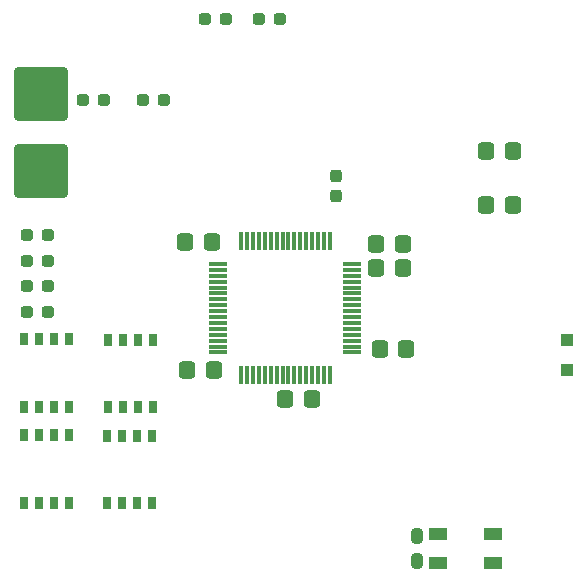
<source format=gtp>
G04 #@! TF.GenerationSoftware,KiCad,Pcbnew,7.0.9*
G04 #@! TF.CreationDate,2024-07-05T17:08:16+09:00*
G04 #@! TF.ProjectId,YAMADAmain_correct,59414d41-4441-46d6-9169-6e5f636f7272,rev?*
G04 #@! TF.SameCoordinates,Original*
G04 #@! TF.FileFunction,Paste,Top*
G04 #@! TF.FilePolarity,Positive*
%FSLAX46Y46*%
G04 Gerber Fmt 4.6, Leading zero omitted, Abs format (unit mm)*
G04 Created by KiCad (PCBNEW 7.0.9) date 2024-07-05 17:08:16*
%MOMM*%
%LPD*%
G01*
G04 APERTURE LIST*
G04 Aperture macros list*
%AMRoundRect*
0 Rectangle with rounded corners*
0 $1 Rounding radius*
0 $2 $3 $4 $5 $6 $7 $8 $9 X,Y pos of 4 corners*
0 Add a 4 corners polygon primitive as box body*
4,1,4,$2,$3,$4,$5,$6,$7,$8,$9,$2,$3,0*
0 Add four circle primitives for the rounded corners*
1,1,$1+$1,$2,$3*
1,1,$1+$1,$4,$5*
1,1,$1+$1,$6,$7*
1,1,$1+$1,$8,$9*
0 Add four rect primitives between the rounded corners*
20,1,$1+$1,$2,$3,$4,$5,0*
20,1,$1+$1,$4,$5,$6,$7,0*
20,1,$1+$1,$6,$7,$8,$9,0*
20,1,$1+$1,$8,$9,$2,$3,0*%
G04 Aperture macros list end*
%ADD10RoundRect,0.292875X0.394625X0.432125X-0.394625X0.432125X-0.394625X-0.432125X0.394625X-0.432125X0*%
%ADD11RoundRect,0.075000X0.700000X-0.075000X0.700000X0.075000X-0.700000X0.075000X-0.700000X-0.075000X0*%
%ADD12RoundRect,0.075000X0.075000X-0.700000X0.075000X0.700000X-0.075000X0.700000X-0.075000X-0.700000X0*%
%ADD13RoundRect,0.237500X0.237500X-0.400000X0.237500X0.400000X-0.237500X0.400000X-0.237500X-0.400000X0*%
%ADD14RoundRect,0.237500X-0.287500X-0.237500X0.287500X-0.237500X0.287500X0.237500X-0.287500X0.237500X0*%
%ADD15R,0.760000X1.100000*%
%ADD16RoundRect,0.292875X-0.394625X-0.432125X0.394625X-0.432125X0.394625X0.432125X-0.394625X0.432125X0*%
%ADD17RoundRect,0.237500X0.287500X0.237500X-0.287500X0.237500X-0.287500X-0.237500X0.287500X-0.237500X0*%
%ADD18RoundRect,0.225000X2.025000X-2.025000X2.025000X2.025000X-2.025000X2.025000X-2.025000X-2.025000X0*%
%ADD19R,1.500000X1.000000*%
%ADD20RoundRect,0.237500X0.237500X-0.287500X0.237500X0.287500X-0.237500X0.287500X-0.237500X-0.287500X0*%
%ADD21R,1.000000X1.000000*%
G04 APERTURE END LIST*
D10*
X130860000Y-99560000D03*
X128585000Y-99560000D03*
D11*
X131212600Y-98095000D03*
X131212600Y-97595000D03*
X131212600Y-97095000D03*
X131212600Y-96595000D03*
X131212600Y-96095000D03*
X131212600Y-95595000D03*
X131212600Y-95095000D03*
X131212600Y-94595000D03*
X131212600Y-94095000D03*
X131212600Y-93595000D03*
X131212600Y-93095000D03*
X131212600Y-92595000D03*
X131212600Y-92095000D03*
X131212600Y-91595000D03*
X131212600Y-91095000D03*
X131212600Y-90595000D03*
D12*
X133137600Y-88670000D03*
X133637600Y-88670000D03*
X134137600Y-88670000D03*
X134637600Y-88670000D03*
X135137600Y-88670000D03*
X135637600Y-88670000D03*
X136137600Y-88670000D03*
X136637600Y-88670000D03*
X137137600Y-88670000D03*
X137637600Y-88670000D03*
X138137600Y-88670000D03*
X138637600Y-88670000D03*
X139137600Y-88670000D03*
X139637600Y-88670000D03*
X140137600Y-88670000D03*
X140637600Y-88670000D03*
D11*
X142562600Y-90595000D03*
X142562600Y-91095000D03*
X142562600Y-91595000D03*
X142562600Y-92095000D03*
X142562600Y-92595000D03*
X142562600Y-93095000D03*
X142562600Y-93595000D03*
X142562600Y-94095000D03*
X142562600Y-94595000D03*
X142562600Y-95095000D03*
X142562600Y-95595000D03*
X142562600Y-96095000D03*
X142562600Y-96595000D03*
X142562600Y-97095000D03*
X142562600Y-97595000D03*
X142562600Y-98095000D03*
D12*
X140637600Y-100020000D03*
X140137600Y-100020000D03*
X139637600Y-100020000D03*
X139137600Y-100020000D03*
X138637600Y-100020000D03*
X138137600Y-100020000D03*
X137637600Y-100020000D03*
X137137600Y-100020000D03*
X136637600Y-100020000D03*
X136137600Y-100020000D03*
X135637600Y-100020000D03*
X135137600Y-100020000D03*
X134637600Y-100020000D03*
X134137600Y-100020000D03*
X133637600Y-100020000D03*
X133137600Y-100020000D03*
D13*
X148054400Y-113623900D03*
X148054400Y-115748900D03*
D10*
X128385000Y-88760000D03*
X130660000Y-88760000D03*
D14*
X131835000Y-69850000D03*
X130085000Y-69850000D03*
D15*
X121850000Y-97028000D03*
X123120000Y-97028000D03*
X124390000Y-97028000D03*
X125660000Y-97028000D03*
X125660000Y-102727998D03*
X124390000Y-102727998D03*
X123120000Y-102727998D03*
X121850000Y-102727998D03*
D16*
X144860000Y-97760000D03*
X147135000Y-97760000D03*
D14*
X121513400Y-76708000D03*
X119763400Y-76708000D03*
D17*
X115039000Y-90322400D03*
X116789000Y-90322400D03*
D14*
X136435000Y-69850000D03*
X134685000Y-69850000D03*
D18*
X116152000Y-76200000D03*
X116152000Y-82700000D03*
D19*
X154418400Y-115936400D03*
X154418400Y-113436400D03*
X149818400Y-115936400D03*
X149818400Y-113436400D03*
D17*
X115039000Y-92506800D03*
X116789000Y-92506800D03*
D16*
X144560000Y-88925000D03*
X146835000Y-88925000D03*
D20*
X141128000Y-84862000D03*
X141128000Y-83112000D03*
D15*
X114729600Y-105105200D03*
X115999600Y-105105200D03*
X117269600Y-105105200D03*
X118539600Y-105105200D03*
X118539600Y-110805198D03*
X117269600Y-110805198D03*
X115999600Y-110805198D03*
X114729600Y-110805198D03*
D10*
X153885000Y-81068000D03*
X156160000Y-81068000D03*
D14*
X126593400Y-76708000D03*
X124843400Y-76708000D03*
D17*
X115039000Y-94691200D03*
X116789000Y-94691200D03*
D15*
X121799200Y-105150801D03*
X123069200Y-105150801D03*
X124339200Y-105150801D03*
X125609200Y-105150801D03*
X125609200Y-110850799D03*
X124339200Y-110850799D03*
X123069200Y-110850799D03*
X121799200Y-110850799D03*
D21*
X160724000Y-97068000D03*
X160724000Y-99568000D03*
D16*
X144550800Y-90957000D03*
X146825800Y-90957000D03*
D17*
X115039000Y-88176000D03*
X116789000Y-88176000D03*
D10*
X153885000Y-85640000D03*
X156160000Y-85640000D03*
D15*
X114729600Y-96972001D03*
X115999600Y-96972001D03*
X117269600Y-96972001D03*
X118539600Y-96972001D03*
X118539600Y-102671999D03*
X117269600Y-102671999D03*
X115999600Y-102671999D03*
X114729600Y-102671999D03*
D10*
X136885000Y-102060000D03*
X139160000Y-102060000D03*
M02*

</source>
